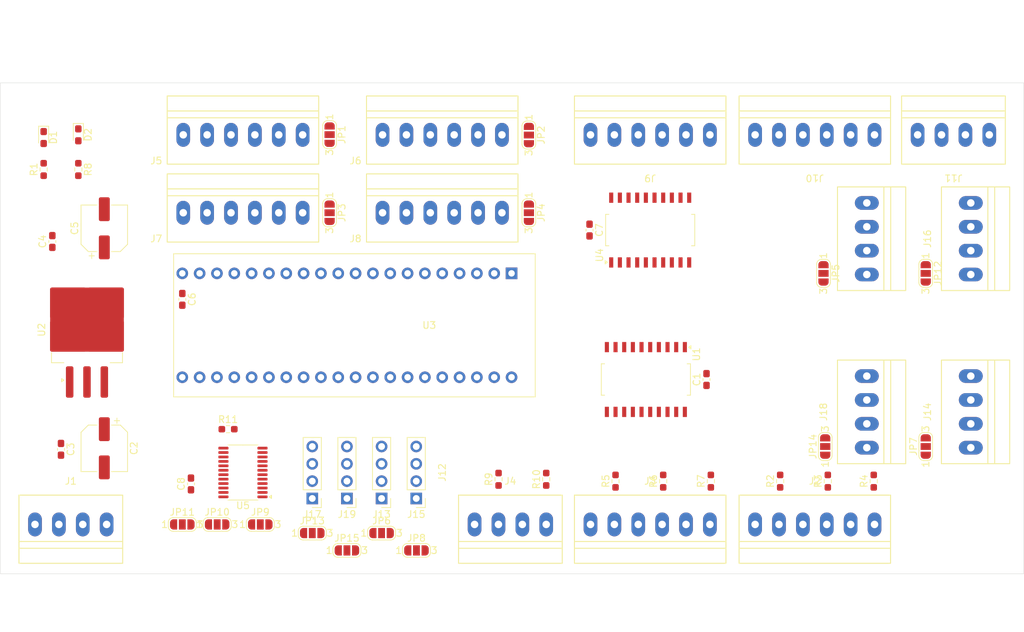
<source format=kicad_pcb>
(kicad_pcb
	(version 20240108)
	(generator "pcbnew")
	(generator_version "8.0")
	(general
		(thickness 1.6)
		(legacy_teardrops no)
	)
	(paper "A4")
	(layers
		(0 "F.Cu" signal)
		(31 "B.Cu" signal)
		(32 "B.Adhes" user "B.Adhesive")
		(33 "F.Adhes" user "F.Adhesive")
		(34 "B.Paste" user)
		(35 "F.Paste" user)
		(36 "B.SilkS" user "B.Silkscreen")
		(37 "F.SilkS" user "F.Silkscreen")
		(38 "B.Mask" user)
		(39 "F.Mask" user)
		(40 "Dwgs.User" user "User.Drawings")
		(41 "Cmts.User" user "User.Comments")
		(42 "Eco1.User" user "User.Eco1")
		(43 "Eco2.User" user "User.Eco2")
		(44 "Edge.Cuts" user)
		(45 "Margin" user)
		(46 "B.CrtYd" user "B.Courtyard")
		(47 "F.CrtYd" user "F.Courtyard")
		(48 "B.Fab" user)
		(49 "F.Fab" user)
		(50 "User.1" user)
		(51 "User.2" user)
		(52 "User.3" user)
		(53 "User.4" user)
		(54 "User.5" user)
		(55 "User.6" user)
		(56 "User.7" user)
		(57 "User.8" user)
		(58 "User.9" user)
	)
	(setup
		(pad_to_mask_clearance 0)
		(allow_soldermask_bridges_in_footprints no)
		(pcbplotparams
			(layerselection 0x00010fc_ffffffff)
			(plot_on_all_layers_selection 0x0000000_00000000)
			(disableapertmacros no)
			(usegerberextensions no)
			(usegerberattributes yes)
			(usegerberadvancedattributes yes)
			(creategerberjobfile yes)
			(dashed_line_dash_ratio 12.000000)
			(dashed_line_gap_ratio 3.000000)
			(svgprecision 4)
			(plotframeref no)
			(viasonmask no)
			(mode 1)
			(useauxorigin no)
			(hpglpennumber 1)
			(hpglpenspeed 20)
			(hpglpendiameter 15.000000)
			(pdf_front_fp_property_popups yes)
			(pdf_back_fp_property_popups yes)
			(dxfpolygonmode yes)
			(dxfimperialunits yes)
			(dxfusepcbnewfont yes)
			(psnegative no)
			(psa4output no)
			(plotreference yes)
			(plotvalue yes)
			(plotfptext yes)
			(plotinvisibletext no)
			(sketchpadsonfab no)
			(subtractmaskfromsilk no)
			(outputformat 1)
			(mirror no)
			(drillshape 1)
			(scaleselection 1)
			(outputdirectory "")
		)
	)
	(net 0 "")
	(net 1 "GND")
	(net 2 "+5V")
	(net 3 "+3.3V")
	(net 4 "Net-(D1-A)")
	(net 5 "Net-(D2-A)")
	(net 6 "Net-(J2-Pin_2)")
	(net 7 "Net-(J2-Pin_4)")
	(net 8 "Net-(J2-Pin_6)")
	(net 9 "Net-(J3-Pin_2)")
	(net 10 "Net-(J3-Pin_4)")
	(net 11 "Net-(J3-Pin_6)")
	(net 12 "Net-(J4-Pin_4)")
	(net 13 "Net-(J4-Pin_2)")
	(net 14 "POCI")
	(net 15 "Net-(J5-Pin_1)")
	(net 16 "PICO")
	(net 17 "SCK")
	(net 18 "CS1")
	(net 19 "CS0")
	(net 20 "Net-(J6-Pin_1)")
	(net 21 "CS3")
	(net 22 "Net-(J7-Pin_1)")
	(net 23 "Net-(J8-Pin_1)")
	(net 24 "CS2")
	(net 25 "Net-(J9-Pin_3)")
	(net 26 "Net-(J9-Pin_1)")
	(net 27 "Net-(J9-Pin_5)")
	(net 28 "Net-(J10-Pin_3)")
	(net 29 "Net-(J10-Pin_5)")
	(net 30 "Net-(J10-Pin_1)")
	(net 31 "Net-(J11-Pin_3)")
	(net 32 "Net-(J11-Pin_1)")
	(net 33 "OUT-SD0")
	(net 34 "Net-(J12-Pin_1)")
	(net 35 "OUT-SC0")
	(net 36 "OUT-SC4")
	(net 37 "Net-(J13-Pin_1)")
	(net 38 "OUT-SD4")
	(net 39 "OUT-SC1")
	(net 40 "Net-(J14-Pin_1)")
	(net 41 "OUT-SD1")
	(net 42 "OUT-SC5")
	(net 43 "OUT-SD5")
	(net 44 "Net-(J15-Pin_1)")
	(net 45 "OUT-SC2")
	(net 46 "OUT-SD2")
	(net 47 "Net-(J16-Pin_1)")
	(net 48 "Net-(J17-Pin_1)")
	(net 49 "OUT-SC6")
	(net 50 "OUT-SD6")
	(net 51 "OUT-SC3")
	(net 52 "Net-(J18-Pin_1)")
	(net 53 "OUT-SD3")
	(net 54 "Net-(J19-Pin_1)")
	(net 55 "OUT-SC7")
	(net 56 "OUT-SD7")
	(net 57 "Net-(JP9-C)")
	(net 58 "Net-(JP10-C)")
	(net 59 "Net-(JP11-C)")
	(net 60 "Net-(U5-~{RESET})")
	(net 61 "AUX-IN3")
	(net 62 "AUX-IN1")
	(net 63 "AUX-IN6")
	(net 64 "AUX-IN2")
	(net 65 "AUX-IN4")
	(net 66 "SW1-AZ")
	(net 67 "SW2-AZ")
	(net 68 "AUX-IN5")
	(net 69 "unconnected-(U3-PB1-Pad15)")
	(net 70 "unconnected-(U3-3V3-Pad18)")
	(net 71 "EN-AZ")
	(net 72 "EN-EL")
	(net 73 "unconnected-(U3-PB2-Pad16)")
	(net 74 "unconnected-(U3-NRST-Pad5)")
	(net 75 "AUX-OUT1")
	(net 76 "DIR-AZ")
	(net 77 "SCL")
	(net 78 "unconnected-(U3-PB9-Pad37)")
	(net 79 "SDA")
	(net 80 "unconnected-(U3-PB0-Pad14)")
	(net 81 "unconnected-(U3-VBAT-Pad1)")
	(net 82 "unconnected-(U3-3V3-Pad40)")
	(net 83 "unconnected-(U3-PB8-Pad36)")
	(net 84 "unconnected-(U3-PB10-Pad17)")
	(net 85 "STEP-AZ")
	(net 86 "STEP-EL")
	(net 87 "unconnected-(U3-PB5-Pad33)")
	(net 88 "DIR-EL")
	(footprint "LED_SMD:LED_0603_1608Metric_Pad1.05x0.95mm_HandSolder" (layer "F.Cu") (at 62.23 71.12 -90))
	(footprint "Jumper:SolderJumper-3_P1.3mm_Open_RoundedPad1.0x1.5mm_NumberLabels" (layer "F.Cu") (at 77.47 128.27))
	(footprint "spta:SPTA-1-6-3,5" (layer "F.Cu") (at 115.57 82.55 180))
	(footprint "spta:SPTA-1-6-3,5" (layer "F.Cu") (at 170.18 71.12 180))
	(footprint "spta:SPTA-1-6-3,5" (layer "F.Cu") (at 146.05 128.27))
	(footprint "Capacitor_SMD:C_0603_1608Metric_Pad1.08x0.95mm_HandSolder" (layer "F.Cu") (at 137.16 85.09 -90))
	(footprint "Jumper:SolderJumper-3_P1.3mm_Open_RoundedPad1.0x1.5mm_NumberLabels" (layer "F.Cu") (at 186.436 116.84 90))
	(footprint "spta:SPTA-1-4-3,5" (layer "F.Cu") (at 125.56 128.27))
	(footprint "spta:SPTA-1-6-3,5" (layer "F.Cu") (at 170.18 128.27))
	(footprint "Jumper:SolderJumper-3_P1.3mm_Open_RoundedPad1.0x1.5mm_NumberLabels" (layer "F.Cu") (at 128.27 71.15 -90))
	(footprint "Capacitor_SMD:C_0603_1608Metric_Pad1.08x0.95mm_HandSolder" (layer "F.Cu") (at 154.305 107.01 90))
	(footprint "spta:SPTA-1-4-3,5" (layer "F.Cu") (at 177.8 86.36 90))
	(footprint "Jumper:SolderJumper-3_P1.3mm_Open_RoundedPad1.0x1.5mm_NumberLabels" (layer "F.Cu") (at 171.45 91.44 -90))
	(footprint "Jumper:SolderJumper-3_P1.3mm_Open_RoundedPad1.0x1.5mm_NumberLabels" (layer "F.Cu") (at 99.06 82.55 -90))
	(footprint "Resistor_SMD:R_0603_1608Metric_Pad0.98x0.95mm_HandSolder" (layer "F.Cu") (at 84.1775 114.3))
	(footprint "BlackPill_F4xx_v2:BlackPill_F4xx_v2" (layer "F.Cu") (at 125.73 91.44 90))
	(footprint "spta:SPTA-1-6-3,5" (layer "F.Cu") (at 146.05 71.12 180))
	(footprint "Resistor_SMD:R_0603_1608Metric_Pad0.98x0.95mm_HandSolder" (layer "F.Cu") (at 130.81 121.6425 90))
	(footprint "Resistor_SMD:R_0603_1608Metric_Pad0.98x0.95mm_HandSolder" (layer "F.Cu") (at 178.816 121.92 90))
	(footprint "Resistor_SMD:R_0603_1608Metric_Pad0.98x0.95mm_HandSolder" (layer "F.Cu") (at 154.94 121.92 90))
	(footprint "Jumper:SolderJumper-3_P1.3mm_Open_RoundedPad1.0x1.5mm_NumberLabels" (layer "F.Cu") (at 186.436 91.44 -90))
	(footprint "Resistor_SMD:R_0603_1608Metric_Pad0.98x0.95mm_HandSolder" (layer "F.Cu") (at 165.1 121.92 90))
	(footprint "Capacitor_SMD:C_0603_1608Metric_Pad1.08x0.95mm_HandSolder" (layer "F.Cu") (at 78.74 122.3275 90))
	(footprint "Package_SO:SO-20_12.8x7.5mm_P1.27mm" (layer "F.Cu") (at 145.415 107.01 -90))
	(footprint "Resistor_SMD:R_0603_1608Metric_Pad0.98x0.95mm_HandSolder" (layer "F.Cu") (at 57.15 76.2 90))
	(footprint "spta:SPTA-1-4-3,5" (layer "F.Cu") (at 193.04 86.36 90))
	(footprint "Jumper:SolderJumper-3_P1.3mm_Open_RoundedPad1.0x1.5mm_NumberLabels" (layer "F.Cu") (at 171.704 116.84 90))
	(footprint "Jumper:SolderJumper-3_P1.3mm_Open_RoundedPad1.0x1.5mm_NumberLabels" (layer "F.Cu") (at 106.68 129.54))
	(footprint "spta:SPTA-1-6-3,5" (layer "F.Cu") (at 115.57 71.12 180))
	(footprint "Connector_PinHeader_2.54mm:PinHeader_1x04_P2.54mm_Vertical" (layer "F.Cu") (at 106.68 124.46 180))
	(footprint "Jumper:SolderJumper-3_P1.3mm_Open_RoundedPad1.0x1.5mm_NumberLabels" (layer "F.Cu") (at 101.6 132.08))
	(footprint "spta:SPTA-1-6-3,5" (layer "F.Cu") (at 86.36 71.12 180))
	(footprint "Resistor_SMD:R_0603_1608Metric_Pad0.98x0.95mm_HandSolder" (layer "F.Cu") (at 172.085 121.92 90))
	(footprint "Jumper:SolderJumper-3_P1.3mm_Open_RoundedPad1.0x1.5mm_NumberLabels" (layer "F.Cu") (at 82.58 128.27))
	(footprint "Jumper:SolderJumper-3_P1.3mm_Open_RoundedPad1.0x1.5mm_NumberLabels" (layer "F.Cu") (at 88.9 128.27))
	(footprint "spta:SPTA-1-4-3,5" (layer "F.Cu") (at 193.04 111.76 90))
	(footprint "Connector_PinHeader_2.54mm:PinHeader_1x04_P2.54mm_Vertical" (layer "F.Cu") (at 96.52 124.46 180))
	(footprint "Jumper:SolderJumper-3_P1.3mm_Open_RoundedPad1.0x1.5mm_NumberLabels" (layer "F.Cu") (at 99.06 71.09 -90))
	(footprint "Capacitor_SMD:C_0603_1608Metric_Pad1.08x0.95mm_HandSolder" (layer "F.Cu") (at 77.47 95.25 -90))
	(footprint "spta:SPTA-1-4-3,5" (layer "F.Cu") (at 177.8 111.76 90))
	(footprint "Package_TO_SOT_SMD:TO-263-3_TabPin2"
		(layer "F.Cu")
		(uuid "85e0d6a1-6622-4490-a439-6a930d366dcf")
		(at 63.5 99.725 90)
		(descr "TO-263/D2PAK/DDPAK SMD package, http://www.infineon.com/cms/en/product/packages/PG-TO263/PG-TO263-3-1/")
		(tags "D2PAK DDPAK TO-263 D2PAK-3 TO-263-3 SOT-404")
		(property "Reference" "U2"
			(at 0 -6.65 -90)
			(layer "F.SilkS")
			(uuid "dca63dd1-d542-4304-ab83-786e5021e9bd")
			(effects
				(font
					(size 1 1)
					(thickness 0.15)
				)
			)
		)
		(property "Value" "LM1085-3.3"
			(at 0 6.65 -90)
			(layer "F.Fab")
			(uuid "bdf50dd3-fb22-475b-b265-0252d7a5e40f")
			(effects
				(font
					(size 1 1)
					(thickness 0.15)
				)
			)
		)
		(property "Footprint" "Package_TO_SOT_SMD:TO-263-3_TabPin2"
			(at 0 0 90)
			(unlocked yes)
			(layer "F.Fab")
			(hide yes)
			(uuid "62e33af2-bb7f-4bc8-81f4-1e3675835737")
			(effects
				(font
					(size 1.27 1.27)
				)
			)
		)
		(property "Datasheet" "http://www.ti.com/lit/ds/symlink/lm1085.pdf"
			(at 0 0 90)
			(unlocked yes)
			(layer "F.Fab")
			(hide yes)
			(uuid "93139e5d-f725-47d0-af4c-070e13fea4c3")
			(effects
				(font
					(size 1.27 1.27)
				)
			)
		)
		(property "Description" "3A 27V Linear Regulator, Fixed Output 3.3V, TO-220/TO-263"
			(at 0 0 90)
			(unlocked yes)
			(layer "F.Fab")
			(hide yes)
			(uuid "7c4c13fc-1206-4fdd-84f6-66c26ee9615a")
			(effects
				(font
					(size 1.27 1.27)
				)
			)
		)
		(property ki_fp_filters "TO?220* TO?263*")
		(path "/10836264
... [114291 chars truncated]
</source>
